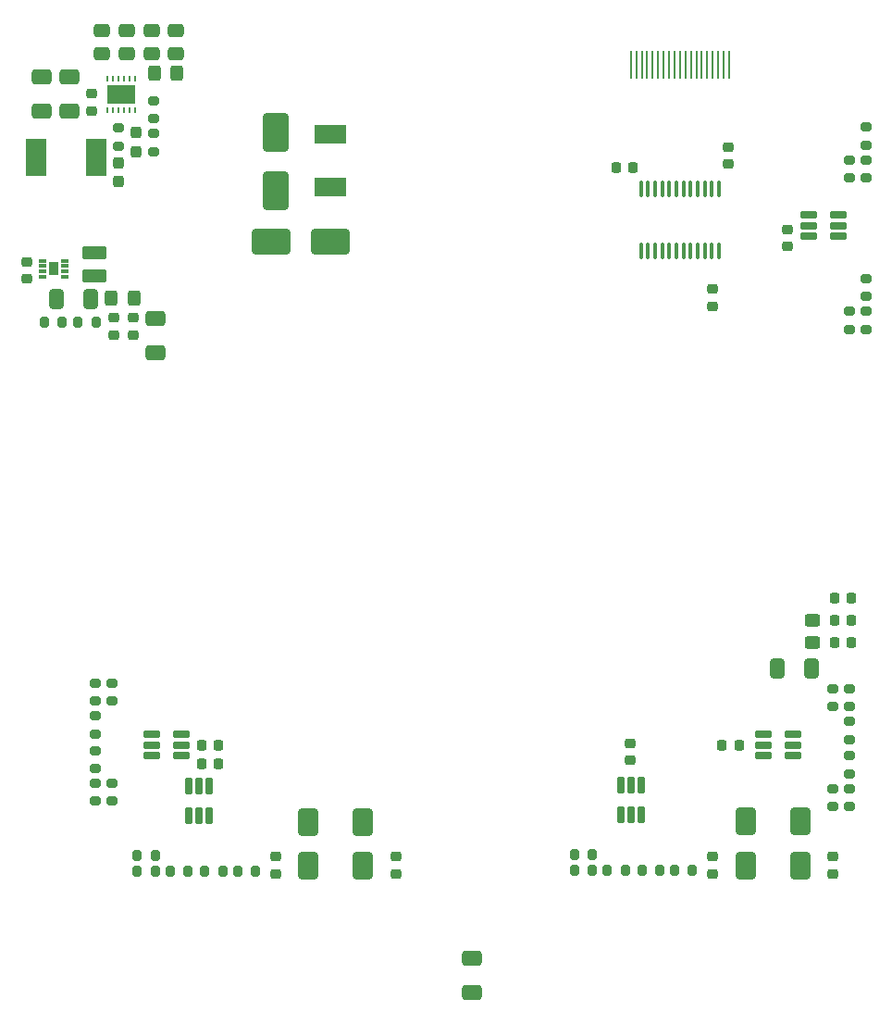
<source format=gbr>
%TF.GenerationSoftware,KiCad,Pcbnew,8.0.4*%
%TF.CreationDate,2024-09-25T08:20:50+02:00*%
%TF.ProjectId,pong_pcb,706f6e67-5f70-4636-922e-6b696361645f,rev?*%
%TF.SameCoordinates,Original*%
%TF.FileFunction,Paste,Top*%
%TF.FilePolarity,Positive*%
%FSLAX46Y46*%
G04 Gerber Fmt 4.6, Leading zero omitted, Abs format (unit mm)*
G04 Created by KiCad (PCBNEW 8.0.4) date 2024-09-25 08:20:50*
%MOMM*%
%LPD*%
G01*
G04 APERTURE LIST*
G04 Aperture macros list*
%AMRoundRect*
0 Rectangle with rounded corners*
0 $1 Rounding radius*
0 $2 $3 $4 $5 $6 $7 $8 $9 X,Y pos of 4 corners*
0 Add a 4 corners polygon primitive as box body*
4,1,4,$2,$3,$4,$5,$6,$7,$8,$9,$2,$3,0*
0 Add four circle primitives for the rounded corners*
1,1,$1+$1,$2,$3*
1,1,$1+$1,$4,$5*
1,1,$1+$1,$6,$7*
1,1,$1+$1,$8,$9*
0 Add four rect primitives between the rounded corners*
20,1,$1+$1,$2,$3,$4,$5,0*
20,1,$1+$1,$4,$5,$6,$7,0*
20,1,$1+$1,$6,$7,$8,$9,0*
20,1,$1+$1,$8,$9,$2,$3,0*%
G04 Aperture macros list end*
%ADD10RoundRect,0.200000X-0.200000X-0.275000X0.200000X-0.275000X0.200000X0.275000X-0.200000X0.275000X0*%
%ADD11RoundRect,0.225000X0.250000X-0.225000X0.250000X0.225000X-0.250000X0.225000X-0.250000X-0.225000X0*%
%ADD12RoundRect,0.250000X0.650000X-1.000000X0.650000X1.000000X-0.650000X1.000000X-0.650000X-1.000000X0*%
%ADD13RoundRect,0.225000X0.225000X0.250000X-0.225000X0.250000X-0.225000X-0.250000X0.225000X-0.250000X0*%
%ADD14RoundRect,0.200000X0.200000X0.275000X-0.200000X0.275000X-0.200000X-0.275000X0.200000X-0.275000X0*%
%ADD15RoundRect,0.225000X-0.250000X0.225000X-0.250000X-0.225000X0.250000X-0.225000X0.250000X0.225000X0*%
%ADD16RoundRect,0.200000X-0.275000X0.200000X-0.275000X-0.200000X0.275000X-0.200000X0.275000X0.200000X0*%
%ADD17R,0.280000X2.600000*%
%ADD18RoundRect,0.250000X0.475000X-0.337500X0.475000X0.337500X-0.475000X0.337500X-0.475000X-0.337500X0*%
%ADD19R,1.850000X3.400000*%
%ADD20R,2.950000X1.680000*%
%ADD21RoundRect,0.200000X0.275000X-0.200000X0.275000X0.200000X-0.275000X0.200000X-0.275000X-0.200000X0*%
%ADD22RoundRect,0.225000X-0.225000X-0.250000X0.225000X-0.250000X0.225000X0.250000X-0.225000X0.250000X0*%
%ADD23RoundRect,0.250000X0.412500X0.650000X-0.412500X0.650000X-0.412500X-0.650000X0.412500X-0.650000X0*%
%ADD24RoundRect,0.250000X0.325000X0.450000X-0.325000X0.450000X-0.325000X-0.450000X0.325000X-0.450000X0*%
%ADD25RoundRect,0.162500X-0.617500X-0.162500X0.617500X-0.162500X0.617500X0.162500X-0.617500X0.162500X0*%
%ADD26RoundRect,0.237500X0.237500X-0.300000X0.237500X0.300000X-0.237500X0.300000X-0.237500X-0.300000X0*%
%ADD27RoundRect,0.250000X0.650000X-0.412500X0.650000X0.412500X-0.650000X0.412500X-0.650000X-0.412500X0*%
%ADD28RoundRect,0.162500X0.617500X0.162500X-0.617500X0.162500X-0.617500X-0.162500X0.617500X-0.162500X0*%
%ADD29RoundRect,0.162500X0.162500X-0.617500X0.162500X0.617500X-0.162500X0.617500X-0.162500X-0.617500X0*%
%ADD30R,0.250000X0.530000*%
%ADD31R,2.500000X1.700000*%
%ADD32RoundRect,0.250000X-0.325000X-0.450000X0.325000X-0.450000X0.325000X0.450000X-0.325000X0.450000X0*%
%ADD33RoundRect,0.250000X-1.500000X-0.900000X1.500000X-0.900000X1.500000X0.900000X-1.500000X0.900000X0*%
%ADD34RoundRect,0.237500X-0.237500X0.300000X-0.237500X-0.300000X0.237500X-0.300000X0.237500X0.300000X0*%
%ADD35RoundRect,0.250000X-0.650000X0.412500X-0.650000X-0.412500X0.650000X-0.412500X0.650000X0.412500X0*%
%ADD36R,0.750000X0.300000*%
%ADD37R,0.900000X1.300000*%
%ADD38RoundRect,0.250000X-0.850000X0.375000X-0.850000X-0.375000X0.850000X-0.375000X0.850000X0.375000X0*%
%ADD39RoundRect,0.250000X0.450000X-0.325000X0.450000X0.325000X-0.450000X0.325000X-0.450000X-0.325000X0*%
%ADD40RoundRect,0.250000X0.900000X-1.500000X0.900000X1.500000X-0.900000X1.500000X-0.900000X-1.500000X0*%
%ADD41RoundRect,0.100000X0.100000X-0.637500X0.100000X0.637500X-0.100000X0.637500X-0.100000X-0.637500X0*%
G04 APERTURE END LIST*
D10*
%TO.C,R17*%
X119350000Y-126000000D03*
X121000000Y-126000000D03*
%TD*%
D11*
%TO.C,C23*%
X103000000Y-127775000D03*
X103000000Y-126225000D03*
%TD*%
D12*
%TO.C,D5*%
X135000000Y-127000000D03*
X135000000Y-123000000D03*
%TD*%
D13*
%TO.C,C11*%
X124700000Y-63200000D03*
X123150000Y-63200000D03*
%TD*%
D14*
%TO.C,R5*%
X72495000Y-77315000D03*
X70845000Y-77315000D03*
%TD*%
D15*
%TO.C,C20*%
X79000000Y-76950000D03*
X79000000Y-78500000D03*
%TD*%
D16*
%TO.C,RV2*%
X75500000Y-113350000D03*
X75500000Y-115000000D03*
%TD*%
D12*
%TO.C,D4*%
X100000000Y-127080000D03*
X100000000Y-123080000D03*
%TD*%
%TO.C,D3*%
X95000000Y-127080000D03*
X95000000Y-123080000D03*
%TD*%
D17*
%TO.C,J2*%
X124502956Y-53800000D03*
X125000000Y-53800000D03*
X125500000Y-53800000D03*
X126000000Y-53800000D03*
X126500000Y-53800000D03*
X127002956Y-53800000D03*
X127500000Y-53800000D03*
X128000000Y-53800000D03*
X128500000Y-53800000D03*
X129000000Y-53800000D03*
X129502956Y-53800000D03*
X130000000Y-53800000D03*
X130500000Y-53800000D03*
X131000000Y-53800000D03*
X131500000Y-53800000D03*
X132002956Y-53800000D03*
X132500000Y-53800000D03*
X133000000Y-53800000D03*
X133500000Y-53800000D03*
%TD*%
D18*
%TO.C,C2*%
X82875000Y-52750000D03*
X82875000Y-50675000D03*
%TD*%
D16*
%TO.C,R2*%
X77625000Y-59600000D03*
X77625000Y-61250000D03*
%TD*%
D10*
%TO.C,RV7*%
X82350000Y-127580000D03*
X84000000Y-127580000D03*
%TD*%
D11*
%TO.C,C22*%
X92000000Y-127775000D03*
X92000000Y-126225000D03*
%TD*%
%TO.C,C24*%
X132000000Y-127775000D03*
X132000000Y-126225000D03*
%TD*%
D19*
%TO.C,L1*%
X75625000Y-62250000D03*
X70075000Y-62250000D03*
%TD*%
D20*
%TO.C,F1*%
X97000000Y-60170000D03*
X97000000Y-64950000D03*
%TD*%
D21*
%TO.C,R15*%
X146000000Y-78000000D03*
X146000000Y-76350000D03*
%TD*%
D11*
%TO.C,C30*%
X124450000Y-117400000D03*
X124450000Y-115850000D03*
%TD*%
D22*
%TO.C,C27*%
X85225000Y-116000000D03*
X86775000Y-116000000D03*
%TD*%
D23*
%TO.C,C13*%
X141000000Y-109000000D03*
X137875000Y-109000000D03*
%TD*%
D24*
%TO.C,L2*%
X82957500Y-54605000D03*
X80907500Y-54605000D03*
%TD*%
D21*
%TO.C,RV5*%
X146000000Y-75000000D03*
X146000000Y-73350000D03*
%TD*%
D25*
%TO.C,U5*%
X80650000Y-115050000D03*
X80650000Y-116000000D03*
X80650000Y-116950000D03*
X83350000Y-116950000D03*
X83350000Y-116000000D03*
X83350000Y-115050000D03*
%TD*%
D16*
%TO.C,R7*%
X77000000Y-110350000D03*
X77000000Y-112000000D03*
%TD*%
D26*
%TO.C,C1*%
X77625000Y-64500000D03*
X77625000Y-62775000D03*
%TD*%
D22*
%TO.C,C15*%
X143150000Y-102570000D03*
X144700000Y-102570000D03*
%TD*%
D27*
%TO.C,C8*%
X73125000Y-58000000D03*
X73125000Y-54875000D03*
%TD*%
D14*
%TO.C,R21*%
X130150000Y-127500000D03*
X128500000Y-127500000D03*
%TD*%
D28*
%TO.C,U9*%
X143500000Y-69450000D03*
X143500000Y-68500000D03*
X143500000Y-67550000D03*
X140800000Y-67550000D03*
X140800000Y-68500000D03*
X140800000Y-69450000D03*
%TD*%
D22*
%TO.C,C29*%
X85250000Y-117750000D03*
X86800000Y-117750000D03*
%TD*%
D10*
%TO.C,R22*%
X119350000Y-127500000D03*
X121000000Y-127500000D03*
%TD*%
D18*
%TO.C,C5*%
X78375000Y-52750000D03*
X78375000Y-50675000D03*
%TD*%
D21*
%TO.C,R6*%
X77000000Y-121150000D03*
X77000000Y-119500000D03*
%TD*%
D22*
%TO.C,C14*%
X143150000Y-106600000D03*
X144700000Y-106600000D03*
%TD*%
D15*
%TO.C,C31*%
X138800000Y-68850000D03*
X138800000Y-70400000D03*
%TD*%
D16*
%TO.C,R3*%
X80855000Y-57100000D03*
X80855000Y-58750000D03*
%TD*%
D27*
%TO.C,C26*%
X110000000Y-138625000D03*
X110000000Y-135500000D03*
%TD*%
D10*
%TO.C,R20*%
X79350000Y-127580000D03*
X81000000Y-127580000D03*
%TD*%
D22*
%TO.C,C16*%
X143150000Y-104570000D03*
X144700000Y-104570000D03*
%TD*%
D14*
%TO.C,R4*%
X75570000Y-77315000D03*
X73920000Y-77315000D03*
%TD*%
D15*
%TO.C,C19*%
X77220000Y-76950000D03*
X77220000Y-78500000D03*
%TD*%
D16*
%TO.C,R13*%
X144500000Y-110850000D03*
X144500000Y-112500000D03*
%TD*%
D14*
%TO.C,RV8*%
X127150000Y-127500000D03*
X125500000Y-127500000D03*
%TD*%
D16*
%TO.C,R12*%
X75500000Y-110350000D03*
X75500000Y-112000000D03*
%TD*%
D14*
%TO.C,R19*%
X90150000Y-127580000D03*
X88500000Y-127580000D03*
%TD*%
D13*
%TO.C,C28*%
X134400000Y-116050000D03*
X132850000Y-116050000D03*
%TD*%
D29*
%TO.C,U8*%
X123550000Y-122350000D03*
X124500000Y-122350000D03*
X125450000Y-122350000D03*
X125450000Y-119650000D03*
X124500000Y-119650000D03*
X123550000Y-119650000D03*
%TD*%
D21*
%TO.C,RV10*%
X146000000Y-61150000D03*
X146000000Y-59500000D03*
%TD*%
D18*
%TO.C,C4*%
X76125000Y-52750000D03*
X76125000Y-50675000D03*
%TD*%
D11*
%TO.C,C12*%
X133400000Y-62900000D03*
X133400000Y-61350000D03*
%TD*%
D27*
%TO.C,C7*%
X70625000Y-58000000D03*
X70625000Y-54875000D03*
%TD*%
D21*
%TO.C,RV4*%
X144500000Y-118650000D03*
X144500000Y-117000000D03*
%TD*%
%TO.C,RV1*%
X75500000Y-118150000D03*
X75500000Y-116500000D03*
%TD*%
D23*
%TO.C,C18*%
X75065000Y-75217500D03*
X71940000Y-75217500D03*
%TD*%
D30*
%TO.C,U1*%
X76625000Y-57935000D03*
X77125000Y-57935000D03*
X77625000Y-57935000D03*
X78125000Y-57935000D03*
X78625000Y-57935000D03*
X79125000Y-57935000D03*
X79125000Y-55065000D03*
X78625000Y-55065000D03*
X78125000Y-55065000D03*
X77625000Y-55065000D03*
X77125000Y-55065000D03*
X76625000Y-55065000D03*
D31*
X77875000Y-56500000D03*
%TD*%
D14*
%TO.C,RV6*%
X87150000Y-127580000D03*
X85500000Y-127580000D03*
%TD*%
D32*
%TO.C,L5*%
X76970000Y-75115000D03*
X79020000Y-75115000D03*
%TD*%
D16*
%TO.C,R18*%
X144500000Y-62500000D03*
X144500000Y-64150000D03*
%TD*%
D33*
%TO.C,D1*%
X91600000Y-69950000D03*
X97000000Y-69950000D03*
%TD*%
D12*
%TO.C,D6*%
X140000000Y-127000000D03*
X140000000Y-123000000D03*
%TD*%
D11*
%TO.C,C9*%
X75125000Y-58000000D03*
X75125000Y-56450000D03*
%TD*%
D21*
%TO.C,R11*%
X75500000Y-121150000D03*
X75500000Y-119500000D03*
%TD*%
D34*
%TO.C,C6*%
X79225000Y-60000000D03*
X79225000Y-61725000D03*
%TD*%
D18*
%TO.C,C3*%
X80625000Y-52750000D03*
X80625000Y-50675000D03*
%TD*%
D28*
%TO.C,U6*%
X139350000Y-116950000D03*
X139350000Y-116000000D03*
X139350000Y-115050000D03*
X136650000Y-115050000D03*
X136650000Y-116000000D03*
X136650000Y-116950000D03*
%TD*%
D10*
%TO.C,RV9*%
X122350000Y-127500000D03*
X124000000Y-127500000D03*
%TD*%
D16*
%TO.C,R1*%
X80875000Y-60100000D03*
X80875000Y-61750000D03*
%TD*%
D15*
%TO.C,C17*%
X69200000Y-71833750D03*
X69200000Y-73383750D03*
%TD*%
D21*
%TO.C,R23*%
X146000000Y-64150000D03*
X146000000Y-62500000D03*
%TD*%
D11*
%TO.C,C25*%
X143000000Y-127775000D03*
X143000000Y-126225000D03*
%TD*%
D21*
%TO.C,R9*%
X143000000Y-121650000D03*
X143000000Y-120000000D03*
%TD*%
D15*
%TO.C,C10*%
X131995000Y-74312500D03*
X131995000Y-75862500D03*
%TD*%
D35*
%TO.C,C21*%
X81000000Y-77000000D03*
X81000000Y-80125000D03*
%TD*%
D36*
%TO.C,U4*%
X70690000Y-71717500D03*
X70690000Y-72217500D03*
X70690000Y-72717500D03*
X70690000Y-73217500D03*
X72690000Y-73217500D03*
X72690000Y-72717500D03*
X72690000Y-72217500D03*
X72690000Y-71717500D03*
D37*
X71690000Y-72467500D03*
%TD*%
D16*
%TO.C,R8*%
X143000000Y-110850000D03*
X143000000Y-112500000D03*
%TD*%
D21*
%TO.C,R14*%
X144500000Y-121650000D03*
X144500000Y-120000000D03*
%TD*%
D38*
%TO.C,L4*%
X75440000Y-70967500D03*
X75440000Y-73117500D03*
%TD*%
D29*
%TO.C,U7*%
X84050000Y-122430000D03*
X85000000Y-122430000D03*
X85950000Y-122430000D03*
X85950000Y-119730000D03*
X85000000Y-119730000D03*
X84050000Y-119730000D03*
%TD*%
D21*
%TO.C,R10*%
X144500000Y-78000000D03*
X144500000Y-76350000D03*
%TD*%
D10*
%TO.C,R16*%
X79350000Y-126080000D03*
X81000000Y-126080000D03*
%TD*%
D39*
%TO.C,L3*%
X141150000Y-106650000D03*
X141150000Y-104600000D03*
%TD*%
D16*
%TO.C,RV3*%
X144500000Y-113850000D03*
X144500000Y-115500000D03*
%TD*%
D40*
%TO.C,D2*%
X92000000Y-65350000D03*
X92000000Y-59950000D03*
%TD*%
D41*
%TO.C,U3*%
X125425000Y-70862500D03*
X126075000Y-70862500D03*
X126725000Y-70862500D03*
X127375000Y-70862500D03*
X128025000Y-70862500D03*
X128675000Y-70862500D03*
X129325000Y-70862500D03*
X129975000Y-70862500D03*
X130625000Y-70862500D03*
X131275000Y-70862500D03*
X131925000Y-70862500D03*
X132575000Y-70862500D03*
X132575000Y-65137500D03*
X131925000Y-65137500D03*
X131275000Y-65137500D03*
X130625000Y-65137500D03*
X129975000Y-65137500D03*
X129325000Y-65137500D03*
X128675000Y-65137500D03*
X128025000Y-65137500D03*
X127375000Y-65137500D03*
X126725000Y-65137500D03*
X126075000Y-65137500D03*
X125425000Y-65137500D03*
%TD*%
M02*

</source>
